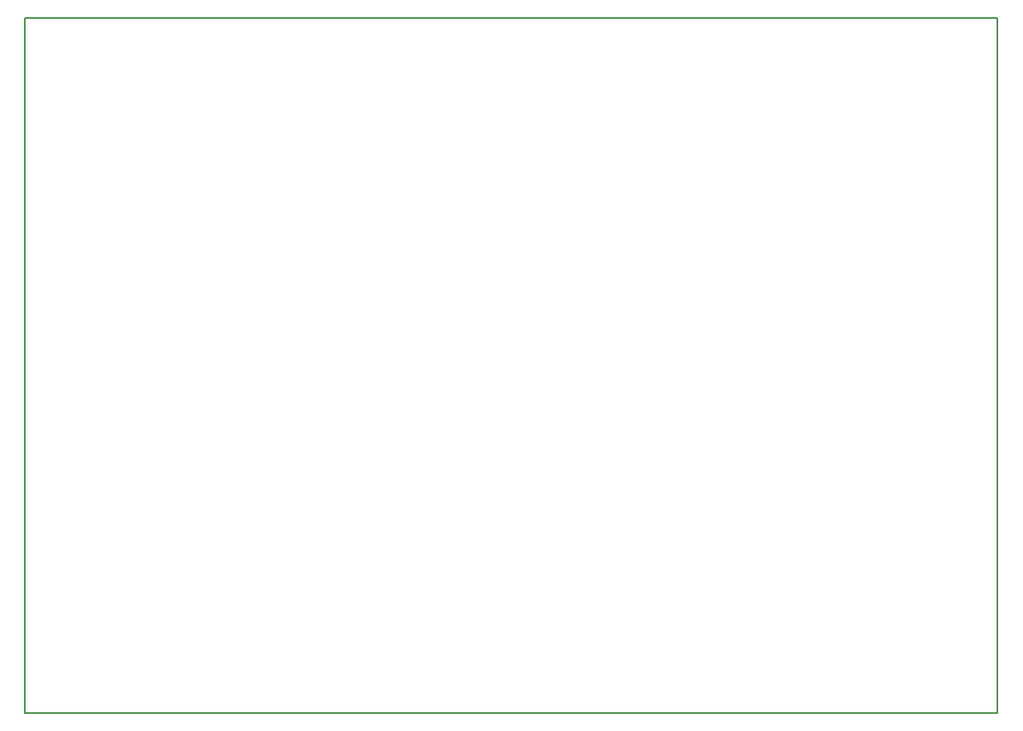
<source format=gbr>
G04 DipTrace 3.2.0.1*
G04 BoardOutline.gbr*
%MOIN*%
G04 #@! TF.FileFunction,Profile*
G04 #@! TF.Part,Single*
%ADD11C,0.005512*%
%FSLAX26Y26*%
G04*
G70*
G90*
G75*
G01*
G04 BoardOutline*
%LPD*%
X393701Y393701D2*
D11*
Y3098425D1*
X4181073D1*
Y393701D1*
X393701D1*
M02*

</source>
